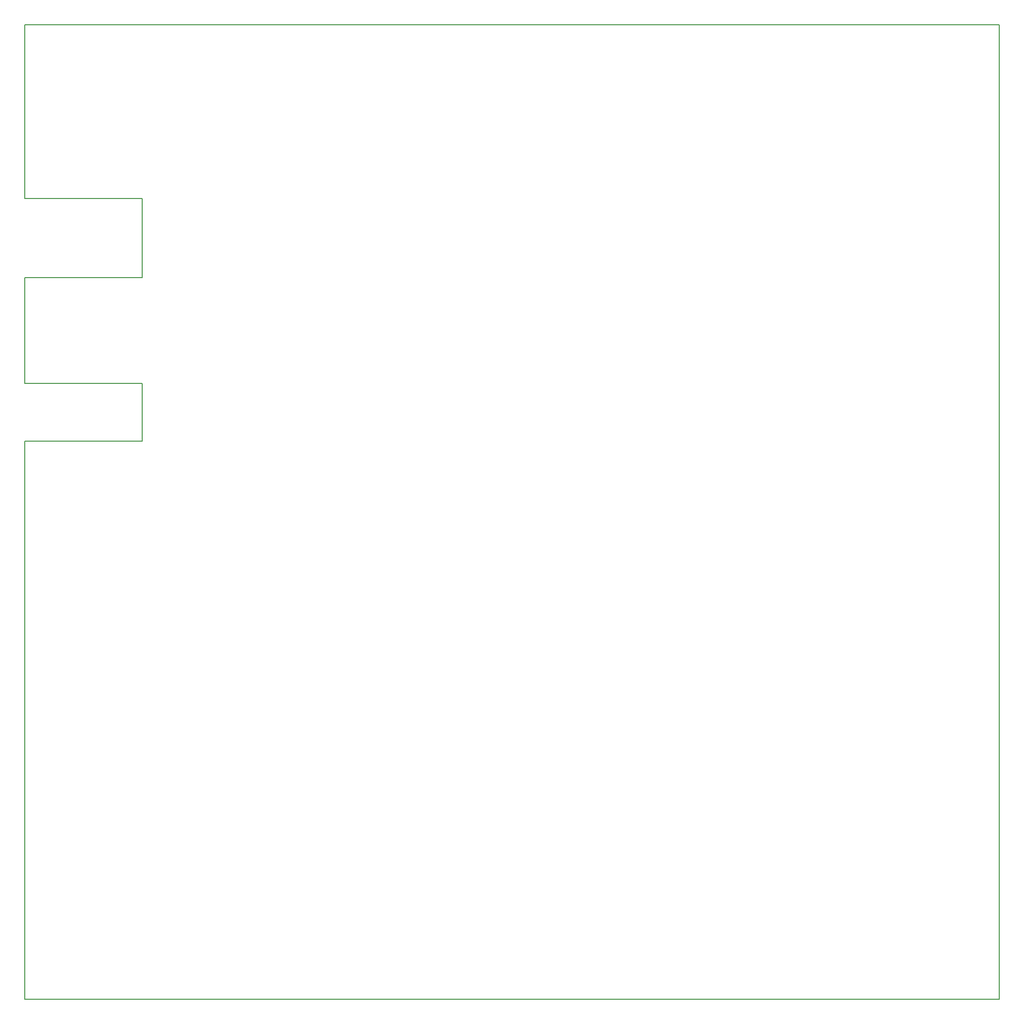
<source format=gbr>
%TF.GenerationSoftware,KiCad,Pcbnew,6.0.7-f9a2dced07~116~ubuntu20.04.1*%
%TF.CreationDate,2022-08-08T10:18:25+09:00*%
%TF.ProjectId,M304,4d333034-2e6b-4696-9361-645f70636258,rev?*%
%TF.SameCoordinates,Original*%
%TF.FileFunction,Profile,NP*%
%FSLAX46Y46*%
G04 Gerber Fmt 4.6, Leading zero omitted, Abs format (unit mm)*
G04 Created by KiCad (PCBNEW 6.0.7-f9a2dced07~116~ubuntu20.04.1) date 2022-08-08 10:18:25*
%MOMM*%
%LPD*%
G01*
G04 APERTURE LIST*
%TA.AperFunction,Profile*%
%ADD10C,0.150000*%
%TD*%
G04 APERTURE END LIST*
D10*
X90000000Y-112610000D02*
X90000000Y-210000000D01*
X90000000Y-40000000D02*
X90000000Y-70325000D01*
X110515000Y-112610000D02*
X90000000Y-112610000D01*
X260000000Y-210000000D02*
X260000000Y-40000000D01*
X90000000Y-210000000D02*
X260000000Y-210000000D01*
X90000000Y-102610000D02*
X110515000Y-102610000D01*
X110515000Y-102610000D02*
X110515000Y-112610000D01*
X110515000Y-70325000D02*
X110515000Y-84110000D01*
X260000000Y-40000000D02*
X90000000Y-40000000D01*
X90000000Y-84110000D02*
X90000000Y-102610000D01*
X90000000Y-70325000D02*
X110515000Y-70325000D01*
X110515000Y-84110000D02*
X90000000Y-84110000D01*
M02*

</source>
